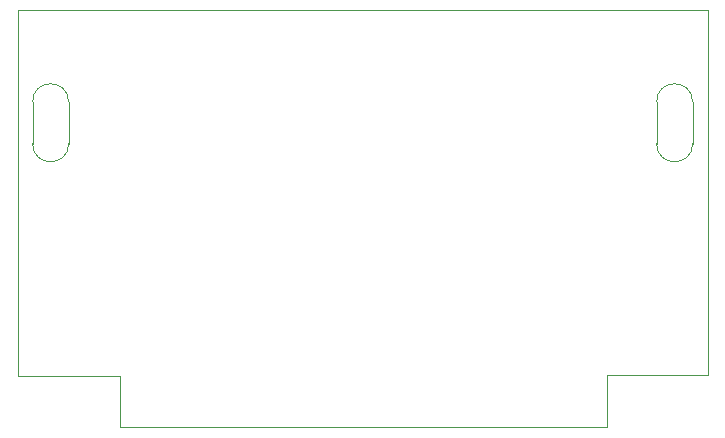
<source format=gm1>
G04 #@! TF.GenerationSoftware,KiCad,Pcbnew,(5.1.0)-1*
G04 #@! TF.CreationDate,2019-04-07T00:40:10-04:00*
G04 #@! TF.ProjectId,Lightgunverter SCART Breakout,4c696768-7467-4756-9e76-657274657220,rev?*
G04 #@! TF.SameCoordinates,Original*
G04 #@! TF.FileFunction,Profile,NP*
%FSLAX46Y46*%
G04 Gerber Fmt 4.6, Leading zero omitted, Abs format (unit mm)*
G04 Created by KiCad (PCBNEW (5.1.0)-1) date 2019-04-07 00:40:10*
%MOMM*%
%LPD*%
G04 APERTURE LIST*
%ADD10C,0.050000*%
%ADD11C,0.002400*%
G04 APERTURE END LIST*
D10*
X115570000Y-125349000D02*
X124206000Y-125349000D01*
X115570000Y-107315000D02*
X115570000Y-125349000D01*
X124206000Y-129667000D02*
X124206000Y-125349000D01*
X165481000Y-129667000D02*
X124206000Y-129667000D01*
X165481000Y-125222000D02*
X165481000Y-129667000D01*
X173990000Y-125222000D02*
X173990000Y-124587000D01*
X165481000Y-125222000D02*
X173990000Y-125222000D01*
X173990000Y-106553000D02*
X173990000Y-124587000D01*
X115570000Y-94361000D02*
X115570000Y-107315000D01*
X173990000Y-94361000D02*
X115570000Y-94361000D01*
X173990000Y-99822000D02*
X173990000Y-94361000D01*
X173990000Y-106553000D02*
X173990000Y-99822000D01*
D11*
X119888000Y-102108000D02*
X119888000Y-105664000D01*
D10*
X116840000Y-102108000D02*
G75*
G02X119888000Y-102108000I1524000J0D01*
G01*
X116840000Y-105663998D02*
G75*
G03X119888000Y-105664000I1524000J-1D01*
G01*
D11*
X116840000Y-105664000D02*
X116840000Y-102108000D01*
X172720000Y-102108000D02*
X172720000Y-105664000D01*
D10*
X169672000Y-102108000D02*
G75*
G02X172720000Y-102108000I1524000J0D01*
G01*
X169672000Y-105663998D02*
G75*
G03X172720000Y-105664000I1524000J-1D01*
G01*
D11*
X169672000Y-105664000D02*
X169672000Y-102108000D01*
M02*

</source>
